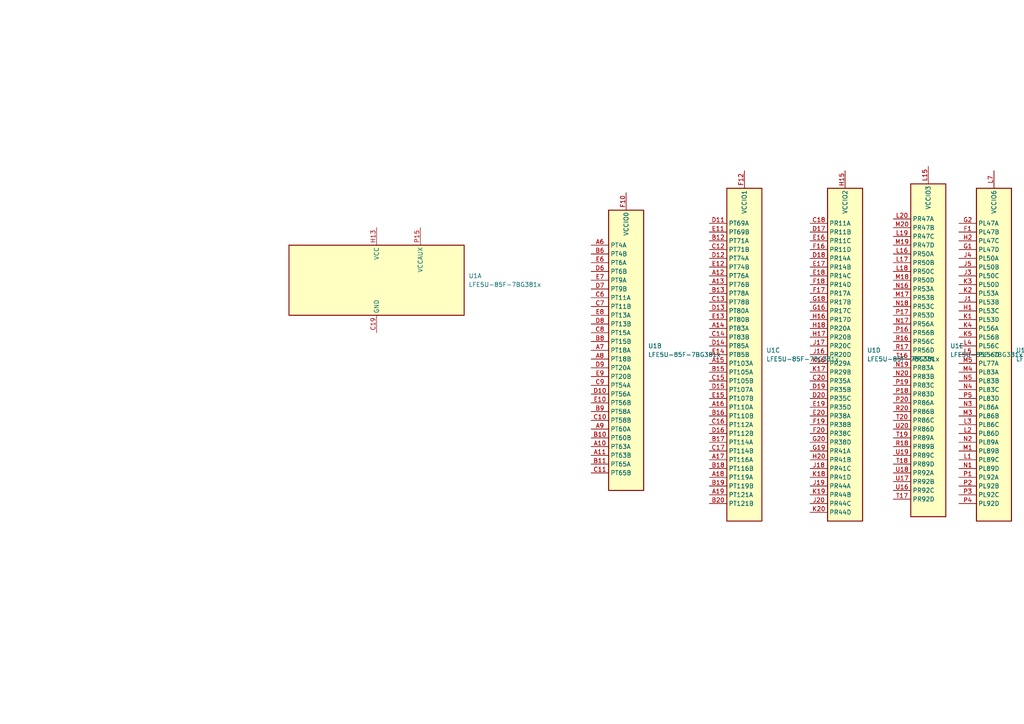
<source format=kicad_sch>
(kicad_sch (version 20230121) (generator eeschema)
  (paper "A4")
  (lib_symbols
    (symbol "FPGA_Lattice:LFE5U-85F-7BG381x"
      (property "Reference" "U" (at 24.13 16.51 0))
      (property "Value" "LFE5U-85F-7BG381x" (at 24.13 13.97 0))
      (symbol "LFE5U-85F-7BG381x_1_1"
        (rectangle (start -25.4 10.16) (end 25.4 -10.16) (stroke (width 0.3048)) (fill (type background)))
        (pin passive line (at 0 -15.24 90) (length 5.08) hide (name "GND") (number "B14"))
        (pin passive line (at 0 -15.24 90) (length 5.08) hide (name "GND") (number "B7"))
        (pin power_in line (at 0 -15.24 90) (length 5.08) (name "GND") (number "C19"))
        (pin passive line (at 0 -15.24 90) (length 5.08) hide (name "GND") (number "D4"))
        (pin passive line (at 0 -15.24 90) (length 5.08) hide (name "GND") (number "F13"))
        (pin passive line (at 0 -15.24 90) (length 5.08) hide (name "GND") (number "F14"))
        (pin passive line (at 12.7 15.24 270) (length 5.08) hide (name "VCCAUX") (number "F15"))
        (pin passive line (at 12.7 15.24 270) (length 5.08) hide (name "VCCAUX") (number "F6"))
        (pin passive line (at 0 -15.24 90) (length 5.08) hide (name "GND") (number "F7"))
        (pin passive line (at 0 -15.24 90) (length 5.08) hide (name "GND") (number "F8"))
        (pin passive line (at 0 -15.24 90) (length 5.08) hide (name "GND") (number "G10"))
        (pin passive line (at 0 -15.24 90) (length 5.08) hide (name "GND") (number "G11"))
        (pin passive line (at 0 -15.24 90) (length 5.08) hide (name "GND") (number "G12"))
        (pin passive line (at 0 -15.24 90) (length 5.08) hide (name "GND") (number "G13"))
        (pin passive line (at 0 -15.24 90) (length 5.08) hide (name "GND") (number "G14"))
        (pin passive line (at 0 -15.24 90) (length 5.08) hide (name "GND") (number "G15"))
        (pin passive line (at 0 -15.24 90) (length 5.08) hide (name "GND") (number "G17"))
        (pin passive line (at 0 -15.24 90) (length 5.08) hide (name "GND") (number "G4"))
        (pin passive line (at 0 -15.24 90) (length 5.08) hide (name "GND") (number "G6"))
        (pin passive line (at 0 -15.24 90) (length 5.08) hide (name "GND") (number "G7"))
        (pin passive line (at 0 -15.24 90) (length 5.08) hide (name "GND") (number "G8"))
        (pin passive line (at 0 -15.24 90) (length 5.08) hide (name "GND") (number "G9"))
        (pin passive line (at 0 15.24 270) (length 5.08) hide (name "VCC") (number "H10"))
        (pin passive line (at 0 15.24 270) (length 5.08) hide (name "VCC") (number "H11"))
        (pin passive line (at 0 15.24 270) (length 5.08) hide (name "VCC") (number "H12"))
        (pin power_in line (at 0 15.24 270) (length 5.08) (name "VCC") (number "H13"))
        (pin passive line (at 0 -15.24 90) (length 5.08) hide (name "GND") (number "H19"))
        (pin passive line (at 0 15.24 270) (length 5.08) hide (name "VCC") (number "H8"))
        (pin passive line (at 0 15.24 270) (length 5.08) hide (name "VCC") (number "H9"))
        (pin passive line (at 0 -15.24 90) (length 5.08) hide (name "GND") (number "J10"))
        (pin passive line (at 0 -15.24 90) (length 5.08) hide (name "GND") (number "J11"))
        (pin passive line (at 0 -15.24 90) (length 5.08) hide (name "GND") (number "J12"))
        (pin passive line (at 0 15.24 270) (length 5.08) hide (name "VCC") (number "J13"))
        (pin passive line (at 0 -15.24 90) (length 5.08) hide (name "GND") (number "J14"))
        (pin passive line (at 0 -15.24 90) (length 5.08) hide (name "GND") (number "J2"))
        (pin passive line (at 0 -15.24 90) (length 5.08) hide (name "GND") (number "J7"))
        (pin passive line (at 0 15.24 270) (length 5.08) hide (name "VCC") (number "J8"))
        (pin passive line (at 0 -15.24 90) (length 5.08) hide (name "GND") (number "J9"))
        (pin passive line (at 0 -15.24 90) (length 5.08) hide (name "GND") (number "K10"))
        (pin passive line (at 0 -15.24 90) (length 5.08) hide (name "GND") (number "K11"))
        (pin passive line (at 0 -15.24 90) (length 5.08) hide (name "GND") (number "K12"))
        (pin passive line (at 0 15.24 270) (length 5.08) hide (name "VCC") (number "K13"))
        (pin passive line (at 0 -15.24 90) (length 5.08) hide (name "GND") (number "K14"))
        (pin passive line (at 0 -15.24 90) (length 5.08) hide (name "GND") (number "K15"))
        (pin passive line (at 0 -15.24 90) (length 5.08) hide (name "GND") (number "K6"))
        (pin passive line (at 0 -15.24 90) (length 5.08) hide (name "GND") (number "K7"))
        (pin passive line (at 0 15.24 270) (length 5.08) hide (name "VCC") (number "K8"))
        (pin passive line (at 0 -15.24 90) (length 5.08) hide (name "GND") (number "K9"))
        (pin passive line (at 0 -15.24 90) (length 5.08) hide (name "GND") (number "L10"))
        (pin passive line (at 0 -15.24 90) (length 5.08) hide (name "GND") (number "L11"))
        (pin passive line (at 0 -15.24 90) (length 5.08) hide (name "GND") (number "L12"))
        (pin passive line (at 0 15.24 270) (length 5.08) hide (name "VCC") (number "L13"))
        (pin passive line (at 0 15.24 270) (length 5.08) hide (name "VCC") (number "L8"))
        (pin passive line (at 0 -15.24 90) (length 5.08) hide (name "GND") (number "L9"))
        (pin passive line (at 0 -15.24 90) (length 5.08) hide (name "GND") (number "M10"))
        (pin passive line (at 0 -15.24 90) (length 5.08) hide (name "GND") (number "M11"))
        (pin passive line (at 0 -15.24 90) (length 5.08) hide (name "GND") (number "M12"))
        (pin passive line (at 0 15.24 270) (length 5.08) hide (name "VCC") (number "M13"))
        (pin passive line (at 0 -15.24 90) (length 5.08) hide (name "GND") (number "M14"))
        (pin passive line (at 0 -15.24 90) (length 5.08) hide (name "GND") (number "M16"))
        (pin passive line (at 0 -15.24 90) (length 5.08) hide (name "GND") (number "M2"))
        (pin passive line (at 0 -15.24 90) (length 5.08) hide (name "GND") (number "M7"))
        (pin passive line (at 0 15.24 270) (length 5.08) hide (name "VCC") (number "M8"))
        (pin passive line (at 0 -15.24 90) (length 5.08) hide (name "GND") (number "M9"))
        (pin passive line (at 0 15.24 270) (length 5.08) hide (name "VCC") (number "N10"))
        (pin passive line (at 0 15.24 270) (length 5.08) hide (name "VCC") (number "N11"))
        (pin passive line (at 0 15.24 270) (length 5.08) hide (name "VCC") (number "N12"))
        (pin passive line (at 0 15.24 270) (length 5.08) hide (name "VCC") (number "N13"))
        (pin passive line (at 0 -15.24 90) (length 5.08) hide (name "GND") (number "N14"))
        (pin passive line (at 0 -15.24 90) (length 5.08) hide (name "GND") (number "N15"))
        (pin passive line (at 0 -15.24 90) (length 5.08) hide (name "GND") (number "N6"))
        (pin passive line (at 0 -15.24 90) (length 5.08) hide (name "GND") (number "N7"))
        (pin passive line (at 0 15.24 270) (length 5.08) hide (name "VCC") (number "N8"))
        (pin passive line (at 0 15.24 270) (length 5.08) hide (name "VCC") (number "N9"))
        (pin passive line (at 0 -15.24 90) (length 5.08) hide (name "GND") (number "P11"))
        (pin passive line (at 0 -15.24 90) (length 5.08) hide (name "GND") (number "P12"))
        (pin passive line (at 0 -15.24 90) (length 5.08) hide (name "GND") (number "P13"))
        (pin passive line (at 0 -15.24 90) (length 5.08) hide (name "GND") (number "P14"))
        (pin power_in line (at 12.7 15.24 270) (length 5.08) (name "VCCAUX") (number "P15"))
        (pin passive line (at 12.7 15.24 270) (length 5.08) hide (name "VCCAUX") (number "P6"))
        (pin passive line (at 0 -15.24 90) (length 5.08) hide (name "GND") (number "P7"))
        (pin passive line (at 0 -15.24 90) (length 5.08) hide (name "GND") (number "P8"))
        (pin passive line (at 0 -15.24 90) (length 5.08) hide (name "GND") (number "R19"))
        (pin passive line (at 0 -15.24 90) (length 5.08) hide (name "GND") (number "T10"))
        (pin passive line (at 0 -15.24 90) (length 5.08) hide (name "GND") (number "T11"))
        (pin passive line (at 0 -15.24 90) (length 5.08) hide (name "GND") (number "T12"))
        (pin passive line (at 0 -15.24 90) (length 5.08) hide (name "GND") (number "T13"))
        (pin passive line (at 0 -15.24 90) (length 5.08) hide (name "GND") (number "T14"))
        (pin passive line (at 0 -15.24 90) (length 5.08) hide (name "GND") (number "T15"))
        (pin passive line (at 0 -15.24 90) (length 5.08) hide (name "GND") (number "T6"))
        (pin passive line (at 0 -15.24 90) (length 5.08) hide (name "GND") (number "T7"))
        (pin passive line (at 0 -15.24 90) (length 5.08) hide (name "GND") (number "T8"))
        (pin passive line (at 0 -15.24 90) (length 5.08) hide (name "GND") (number "T9"))
        (pin passive line (at 0 -15.24 90) (length 5.08) hide (name "GND") (number "U10"))
        (pin passive line (at 0 -15.24 90) (length 5.08) hide (name "GND") (number "U11"))
        (pin passive line (at 0 -15.24 90) (length 5.08) hide (name "GND") (number "U12"))
        (pin passive line (at 0 -15.24 90) (length 5.08) hide (name "GND") (number "U13"))
        (pin passive line (at 0 -15.24 90) (length 5.08) hide (name "GND") (number "U14"))
        (pin passive line (at 0 -15.24 90) (length 5.08) hide (name "GND") (number "U15"))
        (pin passive line (at 0 -15.24 90) (length 5.08) hide (name "GND") (number "U6"))
        (pin passive line (at 0 -15.24 90) (length 5.08) hide (name "GND") (number "U7"))
        (pin passive line (at 0 -15.24 90) (length 5.08) hide (name "GND") (number "U8"))
        (pin passive line (at 0 -15.24 90) (length 5.08) hide (name "GND") (number "U9"))
        (pin passive line (at 0 -15.24 90) (length 5.08) hide (name "GND") (number "V10"))
        (pin passive line (at 0 -15.24 90) (length 5.08) hide (name "GND") (number "V11"))
        (pin passive line (at 0 -15.24 90) (length 5.08) hide (name "GND") (number "V12"))
        (pin passive line (at 0 -15.24 90) (length 5.08) hide (name "GND") (number "V13"))
        (pin passive line (at 0 -15.24 90) (length 5.08) hide (name "GND") (number "V14"))
        (pin passive line (at 0 -15.24 90) (length 5.08) hide (name "GND") (number "V15"))
        (pin passive line (at 0 -15.24 90) (length 5.08) hide (name "GND") (number "V16"))
        (pin passive line (at 0 -15.24 90) (length 5.08) hide (name "GND") (number "V17"))
        (pin passive line (at 0 -15.24 90) (length 5.08) hide (name "GND") (number "V18"))
        (pin passive line (at 0 -15.24 90) (length 5.08) hide (name "GND") (number "V19"))
        (pin passive line (at 0 -15.24 90) (length 5.08) hide (name "GND") (number "V20"))
        (pin passive line (at 0 -15.24 90) (length 5.08) hide (name "GND") (number "V5"))
        (pin passive line (at 0 -15.24 90) (length 5.08) hide (name "GND") (number "V6"))
        (pin passive line (at 0 -15.24 90) (length 5.08) hide (name "GND") (number "V7"))
        (pin passive line (at 0 -15.24 90) (length 5.08) hide (name "GND") (number "V8"))
        (pin passive line (at 0 -15.24 90) (length 5.08) hide (name "GND") (number "V9"))
        (pin passive line (at 0 -15.24 90) (length 5.08) hide (name "GND") (number "W12"))
        (pin no_connect line (at 25.4 -5.08 180) (length 5.08) hide (name "RESERVED") (number "W13"))
        (pin no_connect line (at 25.4 -2.54 180) (length 5.08) hide (name "RESERVED") (number "W14"))
        (pin passive line (at 0 -15.24 90) (length 5.08) hide (name "GND") (number "W15"))
        (pin passive line (at 0 -15.24 90) (length 5.08) hide (name "GND") (number "W16"))
        (pin no_connect line (at 25.4 0 180) (length 5.08) hide (name "RESERVED") (number "W17"))
        (pin no_connect line (at 25.4 2.54 180) (length 5.08) hide (name "RESERVED") (number "W18"))
        (pin passive line (at 0 -15.24 90) (length 5.08) hide (name "GND") (number "W19"))
        (pin passive line (at 0 -15.24 90) (length 5.08) hide (name "GND") (number "W20"))
        (pin no_connect line (at -25.4 2.54 0) (length 5.08) hide (name "RESERVED") (number "W4"))
        (pin no_connect line (at -25.4 0 0) (length 5.08) hide (name "RESERVED") (number "W5"))
        (pin passive line (at 0 -15.24 90) (length 5.08) hide (name "GND") (number "W6"))
        (pin passive line (at 0 -15.24 90) (length 5.08) hide (name "GND") (number "W7"))
        (pin no_connect line (at -25.4 -2.54 0) (length 5.08) hide (name "RESERVED") (number "W8"))
        (pin no_connect line (at -25.4 -5.08 0) (length 5.08) hide (name "RESERVED") (number "W9"))
        (pin passive line (at 0 -15.24 90) (length 5.08) hide (name "GND") (number "Y11"))
        (pin passive line (at 0 -15.24 90) (length 5.08) hide (name "GND") (number "Y12"))
        (pin passive line (at 0 -15.24 90) (length 5.08) hide (name "GND") (number "Y14"))
        (pin passive line (at 0 -15.24 90) (length 5.08) hide (name "GND") (number "Y15"))
        (pin passive line (at 0 -15.24 90) (length 5.08) hide (name "GND") (number "Y16"))
        (pin passive line (at 0 -15.24 90) (length 5.08) hide (name "GND") (number "Y17"))
        (pin passive line (at 0 -15.24 90) (length 5.08) hide (name "GND") (number "Y19"))
        (pin passive line (at 0 -15.24 90) (length 5.08) hide (name "GND") (number "Y5"))
        (pin passive line (at 0 -15.24 90) (length 5.08) hide (name "GND") (number "Y6"))
        (pin passive line (at 0 -15.24 90) (length 5.08) hide (name "GND") (number "Y7"))
        (pin passive line (at 0 -15.24 90) (length 5.08) hide (name "GND") (number "Y8"))
      )
      (symbol "LFE5U-85F-7BG381x_2_1"
        (rectangle (start -5.08 40.64) (end 5.08 -40.64) (stroke (width 0.3048)) (fill (type background)))
        (pin bidirectional line (at -10.16 -27.94 0) (length 5.08) (name "PT63A") (number "A10"))
        (pin bidirectional line (at -10.16 -30.48 0) (length 5.08) (name "PT63B") (number "A11"))
        (pin bidirectional line (at -10.16 30.48 0) (length 5.08) (name "PT4A") (number "A6"))
        (pin bidirectional line (at -10.16 0 0) (length 5.08) (name "PT18A") (number "A7"))
        (pin bidirectional line (at -10.16 -2.54 0) (length 5.08) (name "PT18B") (number "A8"))
        (pin bidirectional line (at -10.16 -22.86 0) (length 5.08) (name "PT60A") (number "A9"))
        (pin bidirectional line (at -10.16 -25.4 0) (length 5.08) (name "PT60B") (number "B10"))
        (pin bidirectional line (at -10.16 -33.02 0) (length 5.08) (name "PT65A") (number "B11"))
        (pin bidirectional line (at -10.16 27.94 0) (length 5.08) (name "PT4B") (number "B6"))
        (pin bidirectional line (at -10.16 2.54 0) (length 5.08) (name "PT15B") (number "B8"))
        (pin bidirectional line (at -10.16 -17.78 0) (length 5.08) (name "PT58A") (number "B9"))
        (pin bidirectional line (at -10.16 -20.32 0) (length 5.08) (name "PT58B") (number "C10"))
        (pin bidirectional line (at -10.16 -35.56 0) (length 5.08) (name "PT65B") (number "C11"))
        (pin bidirectional line (at -10.16 15.24 0) (length 5.08) (name "PT11A") (number "C6"))
        (pin bidirectional line (at -10.16 12.7 0) (length 5.08) (name "PT11B") (number "C7"))
        (pin bidirectional line (at -10.16 5.08 0) (length 5.08) (name "PT15A") (number "C8"))
        (pin bidirectional line (at -10.16 -10.16 0) (length 5.08) (name "PT54A") (number "C9"))
        (pin bidirectional line (at -10.16 -12.7 0) (length 5.08) (name "PT56A") (number "D10"))
        (pin bidirectional line (at -10.16 22.86 0) (length 5.08) (name "PT6B") (number "D6"))
        (pin bidirectional line (at -10.16 17.78 0) (length 5.08) (name "PT9B") (number "D7"))
        (pin bidirectional line (at -10.16 7.62 0) (length 5.08) (name "PT13B") (number "D8"))
        (pin bidirectional line (at -10.16 -5.08 0) (length 5.08) (name "PT20A") (number "D9"))
        (pin bidirectional line (at -10.16 -15.24 0) (length 5.08) (name "PT56B") (number "E10"))
        (pin bidirectional line (at -10.16 25.4 0) (length 5.08) (name "PT6A") (number "E6"))
        (pin bidirectional line (at -10.16 20.32 0) (length 5.08) (name "PT9A") (number "E7"))
        (pin bidirectional line (at -10.16 10.16 0) (length 5.08) (name "PT13A") (number "E8"))
        (pin bidirectional line (at -10.16 -7.62 0) (length 5.08) (name "PT20B") (number "E9"))
        (pin power_in line (at 0 45.72 270) (length 5.08) (name "VCCIO0") (number "F10"))
        (pin passive line (at 0 45.72 270) (length 5.08) hide (name "VCCIO0") (number "F9"))
      )
      (symbol "LFE5U-85F-7BG381x_3_1"
        (rectangle (start -5.08 48.26) (end 5.08 -48.26) (stroke (width 0.3048)) (fill (type background)))
        (pin bidirectional line (at -10.16 22.86 0) (length 5.08) (name "PT76A") (number "A12"))
        (pin bidirectional line (at -10.16 20.32 0) (length 5.08) (name "PT76B") (number "A13"))
        (pin bidirectional line (at -10.16 7.62 0) (length 5.08) (name "PT83A") (number "A14"))
        (pin bidirectional line (at -10.16 -2.54 0) (length 5.08) (name "PT103A") (number "A15"))
        (pin bidirectional line (at -10.16 -15.24 0) (length 5.08) (name "PT110A") (number "A16"))
        (pin bidirectional line (at -10.16 -30.48 0) (length 5.08) (name "PT116A") (number "A17"))
        (pin bidirectional line (at -10.16 -35.56 0) (length 5.08) (name "PT119A") (number "A18"))
        (pin bidirectional line (at -10.16 -40.64 0) (length 5.08) (name "PT121A") (number "A19"))
        (pin bidirectional line (at -10.16 33.02 0) (length 5.08) (name "PT71A") (number "B12"))
        (pin bidirectional line (at -10.16 17.78 0) (length 5.08) (name "PT78A") (number "B13"))
        (pin bidirectional line (at -10.16 -5.08 0) (length 5.08) (name "PT105A") (number "B15"))
        (pin bidirectional line (at -10.16 -17.78 0) (length 5.08) (name "PT110B") (number "B16"))
        (pin bidirectional line (at -10.16 -25.4 0) (length 5.08) (name "PT114A") (number "B17"))
        (pin bidirectional line (at -10.16 -33.02 0) (length 5.08) (name "PT116B") (number "B18"))
        (pin bidirectional line (at -10.16 -38.1 0) (length 5.08) (name "PT119B") (number "B19"))
        (pin bidirectional line (at -10.16 -43.18 0) (length 5.08) (name "PT121B") (number "B20"))
        (pin bidirectional line (at -10.16 30.48 0) (length 5.08) (name "PT71B") (number "C12"))
        (pin bidirectional line (at -10.16 15.24 0) (length 5.08) (name "PT78B") (number "C13"))
        (pin bidirectional line (at -10.16 5.08 0) (length 5.08) (name "PT83B") (number "C14"))
        (pin bidirectional line (at -10.16 -7.62 0) (length 5.08) (name "PT105B") (number "C15"))
        (pin bidirectional line (at -10.16 -20.32 0) (length 5.08) (name "PT112A") (number "C16"))
        (pin bidirectional line (at -10.16 -27.94 0) (length 5.08) (name "PT114B") (number "C17"))
        (pin bidirectional line (at -10.16 38.1 0) (length 5.08) (name "PT69A") (number "D11"))
        (pin bidirectional line (at -10.16 27.94 0) (length 5.08) (name "PT74A") (number "D12"))
        (pin bidirectional line (at -10.16 12.7 0) (length 5.08) (name "PT80A") (number "D13"))
        (pin bidirectional line (at -10.16 2.54 0) (length 5.08) (name "PT85A") (number "D14"))
        (pin bidirectional line (at -10.16 -10.16 0) (length 5.08) (name "PT107A") (number "D15"))
        (pin bidirectional line (at -10.16 -22.86 0) (length 5.08) (name "PT112B") (number "D16"))
        (pin bidirectional line (at -10.16 35.56 0) (length 5.08) (name "PT69B") (number "E11"))
        (pin bidirectional line (at -10.16 25.4 0) (length 5.08) (name "PT74B") (number "E12"))
        (pin bidirectional line (at -10.16 10.16 0) (length 5.08) (name "PT80B") (number "E13"))
        (pin bidirectional line (at -10.16 0 0) (length 5.08) (name "PT85B") (number "E14"))
        (pin bidirectional line (at -10.16 -12.7 0) (length 5.08) (name "PT107B") (number "E15"))
        (pin passive line (at 0 53.34 270) (length 5.08) hide (name "VCCIO1") (number "F11"))
        (pin power_in line (at 0 53.34 270) (length 5.08) (name "VCCIO1") (number "F12"))
      )
      (symbol "LFE5U-85F-7BG381x_4_1"
        (rectangle (start -5.08 48.26) (end 5.08 -48.26) (stroke (width 0.3048)) (fill (type background)))
        (pin bidirectional line (at -10.16 38.1 0) (length 5.08) (name "PR11A") (number "C18"))
        (pin bidirectional line (at -10.16 -7.62 0) (length 5.08) (name "PR35A") (number "C20"))
        (pin bidirectional line (at -10.16 35.56 0) (length 5.08) (name "PR11B") (number "D17"))
        (pin bidirectional line (at -10.16 27.94 0) (length 5.08) (name "PR14A") (number "D18"))
        (pin bidirectional line (at -10.16 -10.16 0) (length 5.08) (name "PR35B") (number "D19"))
        (pin bidirectional line (at -10.16 -12.7 0) (length 5.08) (name "PR35C") (number "D20"))
        (pin bidirectional line (at -10.16 33.02 0) (length 5.08) (name "PR11C") (number "E16"))
        (pin bidirectional line (at -10.16 25.4 0) (length 5.08) (name "PR14B") (number "E17"))
        (pin bidirectional line (at -10.16 22.86 0) (length 5.08) (name "PR14C") (number "E18"))
        (pin bidirectional line (at -10.16 -15.24 0) (length 5.08) (name "PR35D") (number "E19"))
        (pin bidirectional line (at -10.16 -17.78 0) (length 5.08) (name "PR38A") (number "E20"))
        (pin bidirectional line (at -10.16 30.48 0) (length 5.08) (name "PR11D") (number "F16"))
        (pin bidirectional line (at -10.16 17.78 0) (length 5.08) (name "PR17A") (number "F17"))
        (pin bidirectional line (at -10.16 20.32 0) (length 5.08) (name "PR14D") (number "F18"))
        (pin bidirectional line (at -10.16 -20.32 0) (length 5.08) (name "PR38B") (number "F19"))
        (pin bidirectional line (at -10.16 -22.86 0) (length 5.08) (name "PR38C") (number "F20"))
        (pin bidirectional line (at -10.16 12.7 0) (length 5.08) (name "PR17C") (number "G16"))
        (pin bidirectional line (at -10.16 15.24 0) (length 5.08) (name "PR17B") (number "G18"))
        (pin bidirectional line (at -10.16 -27.94 0) (length 5.08) (name "PR41A") (number "G19"))
        (pin bidirectional line (at -10.16 -25.4 0) (length 5.08) (name "PR38D") (number "G20"))
        (pin passive line (at 0 53.34 270) (length 5.08) hide (name "VCCIO2") (number "H14"))
        (pin power_in line (at 0 53.34 270) (length 5.08) (name "VCCIO2") (number "H15"))
        (pin bidirectional line (at -10.16 10.16 0) (length 5.08) (name "PR17D") (number "H16"))
        (pin bidirectional line (at -10.16 5.08 0) (length 5.08) (name "PR20B") (number "H17"))
        (pin bidirectional line (at -10.16 7.62 0) (length 5.08) (name "PR20A") (number "H18"))
        (pin bidirectional line (at -10.16 -30.48 0) (length 5.08) (name "PR41B") (number "H20"))
        (pin passive line (at 0 53.34 270) (length 5.08) hide (name "VCCIO2") (number "J15"))
        (pin bidirectional line (at -10.16 0 0) (length 5.08) (name "PR20D") (number "J16"))
        (pin bidirectional line (at -10.16 2.54 0) (length 5.08) (name "PR20C") (number "J17"))
        (pin bidirectional line (at -10.16 -33.02 0) (length 5.08) (name "PR41C") (number "J18"))
        (pin bidirectional line (at -10.16 -38.1 0) (length 5.08) (name "PR44A") (number "J19"))
        (pin bidirectional line (at -10.16 -43.18 0) (length 5.08) (name "PR44C") (number "J20"))
        (pin bidirectional line (at -10.16 -2.54 0) (length 5.08) (name "PR29A") (number "K16"))
        (pin bidirectional line (at -10.16 -5.08 0) (length 5.08) (name "PR29B") (number "K17"))
        (pin bidirectional line (at -10.16 -35.56 0) (length 5.08) (name "PR41D") (number "K18"))
        (pin bidirectional line (at -10.16 -40.64 0) (length 5.08) (name "PR44B") (number "K19"))
        (pin bidirectional line (at -10.16 -45.72 0) (length 5.08) (name "PR44D") (number "K20"))
      )
      (symbol "LFE5U-85F-7BG381x_5_1"
        (rectangle (start -5.08 48.26) (end 5.08 -48.26) (stroke (width 0.3048)) (fill (type background)))
        (pin passive line (at 0 53.34 270) (length 5.08) hide (name "VCCIO3") (number "L14"))
        (pin power_in line (at 0 53.34 270) (length 5.08) (name "VCCIO3") (number "L15"))
        (pin bidirectional line (at -10.16 27.94 0) (length 5.08) (name "PR50A") (number "L16"))
        (pin bidirectional line (at -10.16 25.4 0) (length 5.08) (name "PR50B") (number "L17"))
        (pin bidirectional line (at -10.16 22.86 0) (length 5.08) (name "PR50C") (number "L18"))
        (pin bidirectional line (at -10.16 33.02 0) (length 5.08) (name "PR47C") (number "L19"))
        (pin bidirectional line (at -10.16 38.1 0) (length 5.08) (name "PR47A") (number "L20"))
        (pin passive line (at 0 53.34 270) (length 5.08) hide (name "VCCIO3") (number "M15"))
        (pin bidirectional line (at -10.16 15.24 0) (length 5.08) (name "PR53B") (number "M17"))
        (pin bidirectional line (at -10.16 20.32 0) (length 5.08) (name "PR50D") (number "M18"))
        (pin bidirectional line (at -10.16 30.48 0) (length 5.08) (name "PR47D") (number "M19"))
        (pin bidirectional line (at -10.16 35.56 0) (length 5.08) (name "PR47B") (number "M20"))
        (pin bidirectional line (at -10.16 17.78 0) (length 5.08) (name "PR53A") (number "N16"))
        (pin bidirectional line (at -10.16 7.62 0) (length 5.08) (name "PR56A") (number "N17"))
        (pin bidirectional line (at -10.16 12.7 0) (length 5.08) (name "PR53C") (number "N18"))
        (pin bidirectional line (at -10.16 -5.08 0) (length 5.08) (name "PR83A") (number "N19"))
        (pin bidirectional line (at -10.16 -7.62 0) (length 5.08) (name "PR83B") (number "N20"))
        (pin bidirectional line (at -10.16 5.08 0) (length 5.08) (name "PR56B") (number "P16"))
        (pin bidirectional line (at -10.16 10.16 0) (length 5.08) (name "PR53D") (number "P17"))
        (pin bidirectional line (at -10.16 -12.7 0) (length 5.08) (name "PR83D") (number "P18"))
        (pin bidirectional line (at -10.16 -10.16 0) (length 5.08) (name "PR83C") (number "P19"))
        (pin bidirectional line (at -10.16 -15.24 0) (length 5.08) (name "PR86A") (number "P20"))
        (pin bidirectional line (at -10.16 2.54 0) (length 5.08) (name "PR56C") (number "R16"))
        (pin bidirectional line (at -10.16 0 0) (length 5.08) (name "PR56D") (number "R17"))
        (pin bidirectional line (at -10.16 -27.94 0) (length 5.08) (name "PR89B") (number "R18"))
        (pin bidirectional line (at -10.16 -17.78 0) (length 5.08) (name "PR86B") (number "R20"))
        (pin bidirectional line (at -10.16 -2.54 0) (length 5.08) (name "PR77A") (number "T16"))
        (pin bidirectional line (at -10.16 -43.18 0) (length 5.08) (name "PR92D") (number "T17"))
        (pin bidirectional line (at -10.16 -33.02 0) (length 5.08) (name "PR89D") (number "T18"))
        (pin bidirectional line (at -10.16 -25.4 0) (length 5.08) (name "PR89A") (number "T19"))
        (pin bidirectional line (at -10.16 -20.32 0) (length 5.08) (name "PR86C") (number "T20"))
        (pin bidirectional line (at -10.16 -40.64 0) (length 5.08) (name "PR92C") (number "U16"))
        (pin bidirectional line (at -10.16 -38.1 0) (length 5.08) (name "PR92B") (number "U17"))
        (pin bidirectional line (at -10.16 -35.56 0) (length 5.08) (name "PR92A") (number "U18"))
        (pin bidirectional line (at -10.16 -30.48 0) (length 5.08) (name "PR89C") (number "U19"))
        (pin bidirectional line (at -10.16 -22.86 0) (length 5.08) (name "PR86D") (number "U20"))
      )
      (symbol "LFE5U-85F-7BG381x_6_1"
        (rectangle (start -5.08 48.26) (end 5.08 -48.26) (stroke (width 0.3048)) (fill (type background)))
        (pin bidirectional line (at -10.16 35.56 0) (length 5.08) (name "PL47B") (number "F1"))
        (pin bidirectional line (at -10.16 30.48 0) (length 5.08) (name "PL47D") (number "G1"))
        (pin bidirectional line (at -10.16 38.1 0) (length 5.08) (name "PL47A") (number "G2"))
        (pin bidirectional line (at -10.16 12.7 0) (length 5.08) (name "PL53C") (number "H1"))
        (pin bidirectional line (at -10.16 33.02 0) (length 5.08) (name "PL47C") (number "H2"))
        (pin bidirectional line (at -10.16 15.24 0) (length 5.08) (name "PL53B") (number "J1"))
        (pin bidirectional line (at -10.16 22.86 0) (length 5.08) (name "PL50C") (number "J3"))
        (pin bidirectional line (at -10.16 27.94 0) (length 5.08) (name "PL50A") (number "J4"))
        (pin bidirectional line (at -10.16 25.4 0) (length 5.08) (name "PL50B") (number "J5"))
        (pin bidirectional line (at -10.16 10.16 0) (length 5.08) (name "PL53D") (number "K1"))
        (pin bidirectional line (at -10.16 17.78 0) (length 5.08) (name "PL53A") (number "K2"))
        (pin bidirectional line (at -10.16 20.32 0) (length 5.08) (name "PL50D") (number "K3"))
        (pin bidirectional line (at -10.16 7.62 0) (length 5.08) (name "PL56A") (number "K4"))
        (pin bidirectional line (at -10.16 5.08 0) (length 5.08) (name "PL56B") (number "K5"))
        (pin bidirectional line (at -10.16 -30.48 0) (length 5.08) (name "PL89C") (number "L1"))
        (pin bidirectional line (at -10.16 -22.86 0) (length 5.08) (name "PL86D") (number "L2"))
        (pin bidirectional line (at -10.16 -20.32 0) (length 5.08) (name "PL86C") (number "L3"))
        (pin bidirectional line (at -10.16 2.54 0) (length 5.08) (name "PL56C") (number "L4"))
        (pin bidirectional line (at -10.16 0 0) (length 5.08) (name "PL56D") (number "L5"))
        (pin passive line (at 0 53.34 270) (length 5.08) hide (name "VCCIO6") (number "L6"))
        (pin power_in line (at 0 53.34 270) (length 5.08) (name "VCCIO6") (number "L7"))
        (pin bidirectional line (at -10.16 -27.94 0) (length 5.08) (name "PL89B") (number "M1"))
        (pin bidirectional line (at -10.16 -17.78 0) (length 5.08) (name "PL86B") (number "M3"))
        (pin bidirectional line (at -10.16 -5.08 0) (length 5.08) (name "PL83A") (number "M4"))
        (pin bidirectional line (at -10.16 -2.54 0) (length 5.08) (name "PL77A") (number "M5"))
        (pin passive line (at 0 53.34 270) (length 5.08) hide (name "VCCIO6") (number "M6"))
        (pin bidirectional line (at -10.16 -33.02 0) (length 5.08) (name "PL89D") (number "N1"))
        (pin bidirectional line (at -10.16 -25.4 0) (length 5.08) (name "PL89A") (number "N2"))
        (pin bidirectional line (at -10.16 -15.24 0) (length 5.08) (name "PL86A") (number "N3"))
        (pin bidirectional line (at -10.16 -10.16 0) (length 5.08) (name "PL83C") (number "N4"))
        (pin bidirectional line (at -10.16 -7.62 0) (length 5.08) (name "PL83B") (number "N5"))
        (pin bidirectional line (at -10.16 -35.56 0) (length 5.08) (name "PL92A") (number "P1"))
        (pin bidirectional line (at -10.16 -38.1 0) (length 5.08) (name "PL92B") (number "P2"))
        (pin bidirectional line (at -10.16 -40.64 0) (length 5.08) (name "PL92C") (number "P3"))
        (pin bidirectional line (at -10.16 -43.18 0) (length 5.08) (name "PL92D") (number "P4"))
        (pin bidirectional line (at -10.16 -12.7 0) (length 5.08) (name "PL83D") (number "P5"))
      )
      (symbol "LFE5U-85F-7BG381x_7_1"
        (rectangle (start -5.08 45.72) (end 5.08 -45.72) (stroke (width 0.3048)) (fill (type background)))
        (pin bidirectional line (at -10.16 -5.08 0) (length 5.08) (name "PL35A") (number "A2"))
        (pin bidirectional line (at -10.16 20.32 0) (length 5.08) (name "PL14C") (number "A3"))
        (pin bidirectional line (at -10.16 35.56 0) (length 5.08) (name "PL11A") (number "A4"))
        (pin bidirectional line (at -10.16 33.02 0) (length 5.08) (name "PL11B") (number "A5"))
        (pin bidirectional line (at -10.16 -7.62 0) (length 5.08) (name "PL35B") (number "B1"))
        (pin bidirectional line (at -10.16 -10.16 0) (length 5.08) (name "PL35C") (number "B2"))
        (pin bidirectional line (at -10.16 17.78 0) (length 5.08) (name "PL14D") (number "B3"))
        (pin bidirectional line (at -10.16 22.86 0) (length 5.08) (name "PL14B") (number "B4"))
        (pin bidirectional line (at -10.16 30.48 0) (length 5.08) (name "PL11C") (number "B5"))
        (pin bidirectional line (at -10.16 -15.24 0) (length 5.08) (name "PL38A") (number "C1"))
        (pin bidirectional line (at -10.16 -12.7 0) (length 5.08) (name "PL35D") (number "C2"))
        (pin bidirectional line (at -10.16 10.16 0) (length 5.08) (name "PL17C") (number "C3"))
        (pin bidirectional line (at -10.16 25.4 0) (length 5.08) (name "PL14A") (number "C4"))
        (pin bidirectional line (at -10.16 27.94 0) (length 5.08) (name "PL11D") (number "C5"))
        (pin bidirectional line (at -10.16 -17.78 0) (length 5.08) (name "PL38B") (number "D1"))
        (pin bidirectional line (at -10.16 -20.32 0) (length 5.08) (name "PL38C") (number "D2"))
        (pin bidirectional line (at -10.16 7.62 0) (length 5.08) (name "PL17D") (number "D3"))
        (pin bidirectional line (at -10.16 12.7 0) (length 5.08) (name "PL17B") (number "D5"))
        (pin bidirectional line (at -10.16 -22.86 0) (length 5.08) (name "PL38D") (number "E1"))
        (pin bidirectional line (at -10.16 -43.18 0) (length 5.08) (name "PL44D") (number "E2"))
        (pin bidirectional line (at -10.16 2.54 0) (length 5.08) (name "PL20B") (number "E3"))
        (pin bidirectional line (at -10.16 15.24 0) (length 5.08) (name "PL17A") (number "E4"))
        (pin bidirectional line (at -10.16 0 0) (length 5.08) (name "PL20C") (number "E5"))
        (pin bidirectional line (at -10.16 -40.64 0) (length 5.08) (name "PL44C") (number "F2"))
        (pin bidirectional line (at -10.16 -38.1 0) (length 5.08) (name "PL44B") (number "F3"))
        (pin bidirectional line (at -10.16 5.08 0) (length 5.08) (name "PL20A") (number "F4"))
        (pin bidirectional line (at -10.16 -2.54 0) (length 5.08) (name "PL20D") (number "F5"))
        (pin bidirectional line (at -10.16 -35.56 0) (length 5.08) (name "PL44A") (number "G3"))
        (pin bidirectional line (at -10.16 -27.94 0) (length 5.08) (name "PL41B") (number "G5"))
        (pin bidirectional line (at -10.16 -33.02 0) (length 5.08) (name "PL41D") (number "H3"))
        (pin bidirectional line (at -10.16 -25.4 0) (length 5.08) (name "PL41A") (number "H4"))
        (pin bidirectional line (at -10.16 -30.48 0) (length 5.08) (name "PL41C") (number "H5"))
        (pin passive line (at 0 50.8 270) (length 5.08) hide (name "VCCIO7") (number "H6"))
        (pin power_in line (at 0 50.8 270) (length 5.08) (name "VCCIO7") (number "H7"))
        (pin passive line (at 0 50.8 270) (length 5.08) hide (name "VCCIO7") (number "J6"))
      )
      (symbol "LFE5U-85F-7BG381x_8_1"
        (rectangle (start -5.08 22.86) (end 5.08 -22.86) (stroke (width 0.3048)) (fill (type background)))
        (pin power_in line (at 0 27.94 270) (length 5.08) (name "VCCIO8") (number "P10"))
        (pin passive line (at 0 27.94 270) (length 5.08) hide (name "VCCIO8") (number "P9"))
        (pin bidirectional line (at -10.16 12.7 0) (length 5.08) (name "PB4A") (number "R1"))
        (pin bidirectional line (at -10.16 -12.7 0) (length 5.08) (name "PB15A") (number "R2"))
        (pin bidirectional line (at -10.16 -15.24 0) (length 5.08) (name "PB15B") (number "R3"))
        (pin bidirectional line (at -10.16 10.16 0) (length 5.08) (name "PB4B") (number "T1"))
        (pin bidirectional line (at -10.16 -7.62 0) (length 5.08) (name "PB13A") (number "T2"))
        (pin bidirectional line (at -10.16 -17.78 0) (length 5.08) (name "PB18A") (number "T3"))
        (pin bidirectional line (at -10.16 7.62 0) (length 5.08) (name "PB6A") (number "U1"))
        (pin bidirectional line (at -10.16 -10.16 0) (length 5.08) (name "PB13B") (number "U2"))
        (pin bidirectional line (at -10.16 5.08 0) (length 5.08) (name "PB6B") (number "V1"))
        (pin bidirectional line (at -10.16 -2.54 0) (length 5.08) (name "PB11A") (number "V2"))
        (pin bidirectional line (at -10.16 2.54 0) (length 5.08) (name "PB9A") (number "W1"))
        (pin bidirectional line (at -10.16 -5.08 0) (length 5.08) (name "PB11B") (number "W2"))
        (pin bidirectional line (at -10.16 0 0) (length 5.08) (name "PB9B") (number "Y2"))
      )
      (symbol "LFE5U-85F-7BG381x_9_1"
        (rectangle (start -10.16 12.7) (end 10.16 -12.7) (stroke (width 0.3048)) (fill (type background)))
        (pin input line (at -15.24 -10.16 0) (length 5.08) (name "CFG_2") (number "R4"))
        (pin input line (at 15.24 5.08 180) (length 5.08) (name "TDI") (number "R5"))
        (pin input line (at -15.24 -7.62 0) (length 5.08) (name "CFG_1") (number "T4"))
        (pin input line (at 15.24 7.62 180) (length 5.08) (name "TCK") (number "T5"))
        (pin bidirectional line (at -15.24 10.16 0) (length 5.08) (name "CCLK") (number "U3"))
        (pin input line (at -15.24 -5.08 0) (length 5.08) (name "CFG_0") (number "U4"))
        (pin input line (at 15.24 2.54 180) (length 5.08) (name "TMS") (number "U5"))
        (pin open_collector line (at -15.24 2.54 0) (length 5.08) (name "~{INIT}") (number "V3"))
        (pin output line (at 15.24 10.16 180) (length 5.08) (name "TDO") (number "V4"))
        (pin no_connect line (at 10.16 -2.54 180) (length 5.08) hide (name "RESERVED") (number "W10"))
        (pin no_connect line (at 10.16 -5.08 180) (length 5.08) hide (name "RESERVED") (number "W11"))
        (pin input line (at -15.24 5.08 0) (length 5.08) (name "~{PROGRAM}") (number "W3"))
        (pin open_collector line (at -15.24 0 0) (length 5.08) (name "DONE") (number "Y3"))
      )
    )
  )
  (symbol (lib_id "FPGA_Lattice:LFE5U-85F-7BG381x") (at 181.61 101.6 0) (unit 2)
    (property "Reference" "U1" (at 187.96 100.33 0) (effects (justify left)))
    (property "Value" "LFE5U-85F-7BG381x" (at 187.96 102.87 0) (effects (justify left)))
    (property "Footprint" "Package_BGA:Lattice_caBGA-381_17.0x17.0mm_Layout20x20_P0.8mm_Ball0.4mm_Pad0.4mm_NSMD" (effects hide))
    (property "Datasheet" "https://www.latticesemi.com/view_document?document_id=50461" (effects hide))
  )
  (symbol (lib_id "FPGA_Lattice:LFE5U-85F-7BG381x") (at 340.36 99.06 0) (unit 8)
    (property "Reference" "U1" (at 346.71 97.79 0) (effects (justify left)))
    (property "Value" "LFE5U-85F-7BG381x" (at 346.71 100.33 0) (effects (justify left)))
    (property "Footprint" "Package_BGA:Lattice_caBGA-381_17.0x17.0mm_Layout20x20_P0.8mm_Ball0.4mm_Pad0.4mm_NSMD" (effects hide))
    (property "Datasheet" "https://www.latticesemi.com/view_document?document_id=50461" (effects hide))
  )
  (symbol (lib_id "FPGA_Lattice:LFE5U-85F-7BG381x") (at 269.24 101.6 0) (unit 5)
    (property "Reference" "U1" (at 275.59 100.33 0) (effects (justify left)))
    (property "Value" "LFE5U-85F-7BG381x" (at 275.59 102.87 0) (effects (justify left)))
    (property "Footprint" "Package_BGA:Lattice_caBGA-381_17.0x17.0mm_Layout20x20_P0.8mm_Ball0.4mm_Pad0.4mm_NSMD" (effects hide))
    (property "Datasheet" "https://www.latticesemi.com/view_document?document_id=50461" (effects hide))
  )
  (symbol (lib_id "FPGA_Lattice:LFE5U-85F-7BG381x") (at 288.29 102.87 0) (unit 6)
    (property "Reference" "U1" (at 294.64 101.6 0) (effects (justify left)))
    (property "Value" "LFE5U-85F-7BG381x" (at 294.64 104.14 0) (effects (justify left)))
    (property "Footprint" "Package_BGA:Lattice_caBGA-381_17.0x17.0mm_Layout20x20_P0.8mm_Ball0.4mm_Pad0.4mm_NSMD" (effects hide))
    (property "Datasheet" "https://www.latticesemi.com/view_document?document_id=50461" (effects hide))
  )
  (symbol (lib_id "FPGA_Lattice:LFE5U-85F-7BG381x") (at 215.9 102.87 0) (unit 3)
    (property "Reference" "U1" (at 222.25 101.6 0) (effects (justify left)))
    (property "Value" "LFE5U-85F-7BG381x" (at 222.25 104.14 0) (effects (justify left)))
    (property "Footprint" "Package_BGA:Lattice_caBGA-381_17.0x17.0mm_Layout20x20_P0.8mm_Ball0.4mm_Pad0.4mm_NSMD" (effects hide))
    (property "Datasheet" "https://www.latticesemi.com/view_document?document_id=50461" (effects hide))
  )
  (symbol (lib_id "FPGA_Lattice:LFE5U-85F-7BG381x") (at 332.74 154.94 0) (unit 9)
    (property "Reference" "U1" (at 332.74 137.16 0))
    (property "Value" "LFE5U-85F-7BG381x" (at 332.74 139.7 0))
    (property "Footprint" "Package_BGA:Lattice_caBGA-381_17.0x17.0mm_Layout20x20_P0.8mm_Ball0.4mm_Pad0.4mm_NSMD" (effects hide))
    (property "Datasheet" "https://www.latticesemi.com/view_document?document_id=50461" (effects hide))
  )
  (symbol (lib_id "FPGA_Lattice:LFE5U-85F-7BG381x") (at 312.42 100.33 0) (unit 7)
    (property "Reference" "U1" (at 318.77 99.06 0) (effects (justify left)))
    (property "Value" "LFE5U-85F-7BG381x" (at 318.77 101.6 0) (effects (justify left)))
    (property "Footprint" "Package_BGA:Lattice_caBGA-381_17.0x17.0mm_Layout20x20_P0.8mm_Ball0.4mm_Pad0.4mm_NSMD" (effects hide))
    (property "Datasheet" "https://www.latticesemi.com/view_document?document_id=50461" (effects hide))
  )
  (symbol (lib_id "FPGA_Lattice:LFE5U-85F-7BG381x") (at 109.22 81.28 0) (unit 1)
    (property "Reference" "U1" (at 135.89 80.01 0) (effects (justify left)))
    (property "Value" "LFE5U-85F-7BG381x" (at 135.89 82.55 0) (effects (justify left)))
    (property "Footprint" "Package_BGA:Lattice_caBGA-381_17.0x17.0mm_Layout20x20_P0.8mm_Ball0.4mm_Pad0.4mm_NSMD" (effects hide))
    (property "Datasheet" "https://www.latticesemi.com/view_document?document_id=50461" (effects hide))
  )
  (symbol (lib_id "FPGA_Lattice:LFE5U-85F-7BG381x") (at 245.11 102.87 0) (unit 4)
    (property "Reference" "U1" (at 251.46 101.6 0) (effects (justify left)))
    (property "Value" "LFE5U-85F-7BG381x" (at 251.46 104.14 0) (effects (justify left)))
    (property "Footprint" "Package_BGA:Lattice_caBGA-381_17.0x17.0mm_Layout20x20_P0.8mm_Ball0.4mm_Pad0.4mm_NSMD" (effects hide))
    (property "Datasheet" "https://www.latticesemi.com/view_document?document_id=50461" (effects hide))
  )
)
</source>
